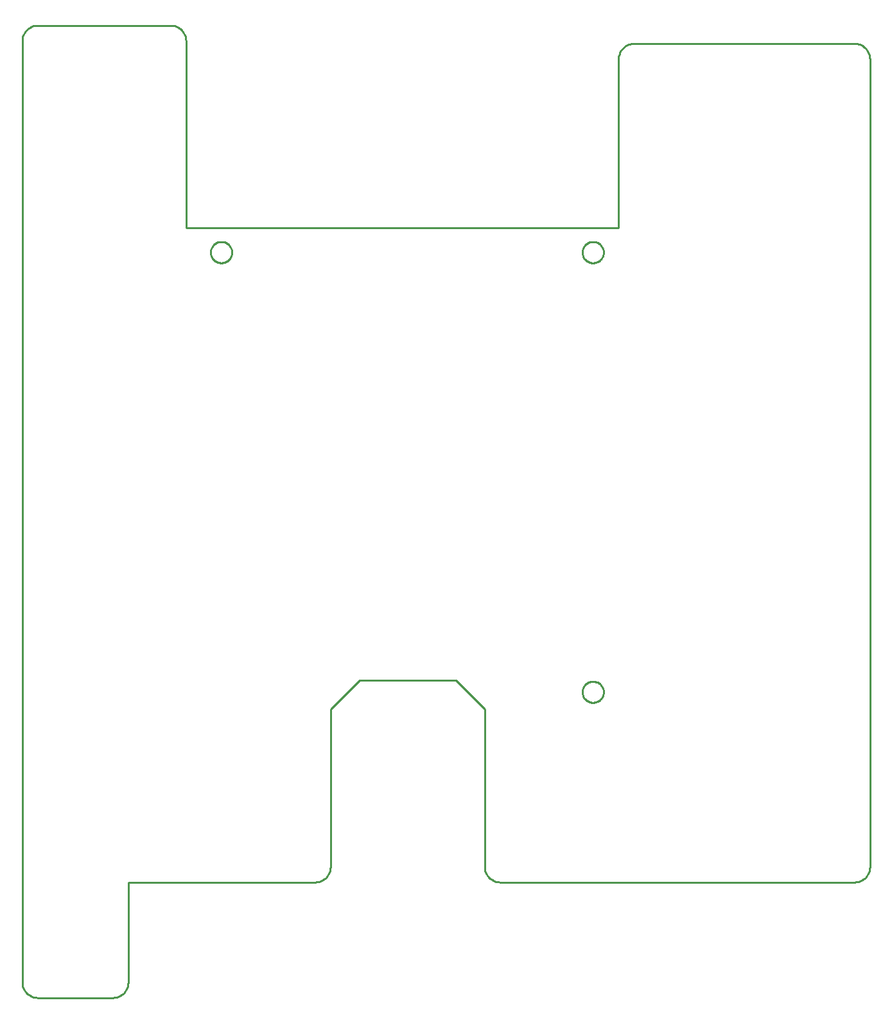
<source format=gbr>
G04 EAGLE Gerber RS-274X export*
G75*
%MOMM*%
%FSLAX34Y34*%
%LPD*%
%IN*%
%IPPOS*%
%AMOC8*
5,1,8,0,0,1.08239X$1,22.5*%
G01*
%ADD10C,0.254000*%


D10*
X-304800Y-690880D02*
X-304723Y-692651D01*
X-304491Y-694409D01*
X-304108Y-696139D01*
X-303575Y-697830D01*
X-302896Y-699468D01*
X-302078Y-701040D01*
X-301125Y-702535D01*
X-300046Y-703941D01*
X-298848Y-705248D01*
X-297541Y-706446D01*
X-296135Y-707525D01*
X-294640Y-708478D01*
X-293068Y-709296D01*
X-291430Y-709975D01*
X-289739Y-710508D01*
X-288009Y-710891D01*
X-286251Y-711123D01*
X-284480Y-711200D01*
X-185420Y-711200D01*
X-183649Y-711123D01*
X-181891Y-710891D01*
X-180161Y-710508D01*
X-178470Y-709975D01*
X-176832Y-709296D01*
X-175260Y-708478D01*
X-173765Y-707525D01*
X-172359Y-706446D01*
X-171052Y-705248D01*
X-169854Y-703941D01*
X-168775Y-702535D01*
X-167822Y-701040D01*
X-167004Y-699468D01*
X-166325Y-697830D01*
X-165792Y-696139D01*
X-165409Y-694409D01*
X-165177Y-692651D01*
X-165100Y-690880D01*
X-165100Y-558800D01*
X81280Y-558800D01*
X83051Y-558723D01*
X84809Y-558491D01*
X86539Y-558108D01*
X88230Y-557575D01*
X89868Y-556896D01*
X91440Y-556078D01*
X92935Y-555125D01*
X94341Y-554046D01*
X95648Y-552848D01*
X96846Y-551541D01*
X97925Y-550135D01*
X98878Y-548640D01*
X99696Y-547068D01*
X100375Y-545430D01*
X100908Y-543739D01*
X101291Y-542009D01*
X101523Y-540251D01*
X101600Y-538480D01*
X101600Y-330200D01*
X139700Y-292100D01*
X266700Y-292100D01*
X304800Y-330200D01*
X304800Y-538480D01*
X304877Y-540251D01*
X305109Y-542009D01*
X305492Y-543739D01*
X306025Y-545430D01*
X306704Y-547068D01*
X307522Y-548640D01*
X308475Y-550135D01*
X309554Y-551541D01*
X310752Y-552848D01*
X312059Y-554046D01*
X313465Y-555125D01*
X314960Y-556078D01*
X316532Y-556896D01*
X318170Y-557575D01*
X319861Y-558108D01*
X321591Y-558491D01*
X323349Y-558723D01*
X325120Y-558800D01*
X792480Y-558800D01*
X794251Y-558723D01*
X796009Y-558491D01*
X797739Y-558108D01*
X799430Y-557575D01*
X801068Y-556896D01*
X802640Y-556078D01*
X804135Y-555125D01*
X805541Y-554046D01*
X806848Y-552848D01*
X808046Y-551541D01*
X809125Y-550135D01*
X810078Y-548640D01*
X810896Y-547068D01*
X811575Y-545430D01*
X812108Y-543739D01*
X812491Y-542009D01*
X812723Y-540251D01*
X812800Y-538480D01*
X812800Y527050D01*
X812723Y528821D01*
X812491Y530579D01*
X812108Y532309D01*
X811575Y534000D01*
X810896Y535638D01*
X810078Y537210D01*
X809125Y538705D01*
X808046Y540111D01*
X806848Y541418D01*
X805541Y542616D01*
X804135Y543695D01*
X802640Y544648D01*
X801068Y545466D01*
X799430Y546145D01*
X797739Y546678D01*
X796009Y547061D01*
X794251Y547293D01*
X792480Y547370D01*
X501650Y547370D01*
X499879Y547293D01*
X498121Y547061D01*
X496391Y546678D01*
X494700Y546145D01*
X493062Y545466D01*
X491490Y544648D01*
X489995Y543695D01*
X488589Y542616D01*
X487282Y541418D01*
X486084Y540111D01*
X485005Y538705D01*
X484052Y537210D01*
X483234Y535638D01*
X482555Y534000D01*
X482022Y532309D01*
X481639Y530579D01*
X481407Y528821D01*
X481330Y527050D01*
X481330Y304800D01*
X-88900Y304800D01*
X-88900Y551180D01*
X-88977Y552951D01*
X-89209Y554709D01*
X-89592Y556439D01*
X-90125Y558130D01*
X-90804Y559768D01*
X-91622Y561340D01*
X-92575Y562835D01*
X-93654Y564241D01*
X-94852Y565548D01*
X-96159Y566746D01*
X-97565Y567825D01*
X-99060Y568778D01*
X-100632Y569596D01*
X-102270Y570275D01*
X-103961Y570808D01*
X-105691Y571191D01*
X-107449Y571423D01*
X-109220Y571500D01*
X-284480Y571500D01*
X-286251Y571423D01*
X-288009Y571191D01*
X-289739Y570808D01*
X-291430Y570275D01*
X-293068Y569596D01*
X-294640Y568778D01*
X-296135Y567825D01*
X-297541Y566746D01*
X-298848Y565548D01*
X-300046Y564241D01*
X-301125Y562835D01*
X-302078Y561340D01*
X-302896Y559768D01*
X-303575Y558130D01*
X-304108Y556439D01*
X-304491Y554709D01*
X-304723Y552951D01*
X-304800Y551180D01*
X-304800Y-690880D01*
X448100Y-293900D02*
X449098Y-293971D01*
X450087Y-294114D01*
X451065Y-294326D01*
X452024Y-294608D01*
X452961Y-294957D01*
X453871Y-295373D01*
X454748Y-295852D01*
X455590Y-296393D01*
X456390Y-296992D01*
X457146Y-297647D01*
X457853Y-298354D01*
X458508Y-299110D01*
X459107Y-299910D01*
X459648Y-300752D01*
X460127Y-301629D01*
X460543Y-302539D01*
X460892Y-303476D01*
X461174Y-304436D01*
X461386Y-305413D01*
X461529Y-306403D01*
X461600Y-307400D01*
X461600Y-308400D01*
X461529Y-309398D01*
X461386Y-310387D01*
X461174Y-311365D01*
X460892Y-312324D01*
X460543Y-313261D01*
X460127Y-314171D01*
X459648Y-315048D01*
X459107Y-315890D01*
X458508Y-316690D01*
X457853Y-317446D01*
X457146Y-318153D01*
X456390Y-318808D01*
X455590Y-319407D01*
X454748Y-319948D01*
X453871Y-320427D01*
X452961Y-320843D01*
X452024Y-321192D01*
X451065Y-321474D01*
X450087Y-321686D01*
X449098Y-321829D01*
X448100Y-321900D01*
X447100Y-321900D01*
X446103Y-321829D01*
X445113Y-321686D01*
X444136Y-321474D01*
X443176Y-321192D01*
X442239Y-320843D01*
X441329Y-320427D01*
X440452Y-319948D01*
X439610Y-319407D01*
X438810Y-318808D01*
X438054Y-318153D01*
X437347Y-317446D01*
X436692Y-316690D01*
X436093Y-315890D01*
X435552Y-315048D01*
X435073Y-314171D01*
X434657Y-313261D01*
X434308Y-312324D01*
X434026Y-311365D01*
X433814Y-310387D01*
X433671Y-309398D01*
X433600Y-308400D01*
X433600Y-307400D01*
X433671Y-306403D01*
X433814Y-305413D01*
X434026Y-304436D01*
X434308Y-303476D01*
X434657Y-302539D01*
X435073Y-301629D01*
X435552Y-300752D01*
X436093Y-299910D01*
X436692Y-299110D01*
X437347Y-298354D01*
X438054Y-297647D01*
X438810Y-296992D01*
X439610Y-296393D01*
X440452Y-295852D01*
X441329Y-295373D01*
X442239Y-294957D01*
X443176Y-294608D01*
X444136Y-294326D01*
X445113Y-294114D01*
X446103Y-293971D01*
X447100Y-293900D01*
X448100Y-293900D01*
X-41900Y286100D02*
X-40903Y286029D01*
X-39913Y285886D01*
X-38936Y285674D01*
X-37976Y285392D01*
X-37039Y285043D01*
X-36129Y284627D01*
X-35252Y284148D01*
X-34410Y283607D01*
X-33610Y283008D01*
X-32854Y282353D01*
X-32147Y281646D01*
X-31492Y280890D01*
X-30893Y280090D01*
X-30352Y279248D01*
X-29873Y278371D01*
X-29457Y277461D01*
X-29108Y276524D01*
X-28826Y275565D01*
X-28614Y274587D01*
X-28471Y273598D01*
X-28400Y272600D01*
X-28400Y271600D01*
X-28471Y270603D01*
X-28614Y269613D01*
X-28826Y268636D01*
X-29108Y267676D01*
X-29457Y266739D01*
X-29873Y265829D01*
X-30352Y264952D01*
X-30893Y264110D01*
X-31492Y263310D01*
X-32147Y262554D01*
X-32854Y261847D01*
X-33610Y261192D01*
X-34410Y260593D01*
X-35252Y260052D01*
X-36129Y259573D01*
X-37039Y259157D01*
X-37976Y258808D01*
X-38936Y258526D01*
X-39913Y258314D01*
X-40903Y258171D01*
X-41900Y258100D01*
X-42900Y258100D01*
X-43898Y258171D01*
X-44887Y258314D01*
X-45865Y258526D01*
X-46824Y258808D01*
X-47761Y259157D01*
X-48671Y259573D01*
X-49548Y260052D01*
X-50390Y260593D01*
X-51190Y261192D01*
X-51946Y261847D01*
X-52653Y262554D01*
X-53308Y263310D01*
X-53907Y264110D01*
X-54448Y264952D01*
X-54927Y265829D01*
X-55343Y266739D01*
X-55692Y267676D01*
X-55974Y268636D01*
X-56186Y269613D01*
X-56329Y270603D01*
X-56400Y271600D01*
X-56400Y272600D01*
X-56329Y273598D01*
X-56186Y274587D01*
X-55974Y275565D01*
X-55692Y276524D01*
X-55343Y277461D01*
X-54927Y278371D01*
X-54448Y279248D01*
X-53907Y280090D01*
X-53308Y280890D01*
X-52653Y281646D01*
X-51946Y282353D01*
X-51190Y283008D01*
X-50390Y283607D01*
X-49548Y284148D01*
X-48671Y284627D01*
X-47761Y285043D01*
X-46824Y285392D01*
X-45865Y285674D01*
X-44887Y285886D01*
X-43898Y286029D01*
X-42900Y286100D01*
X-41900Y286100D01*
X448100Y286100D02*
X449098Y286029D01*
X450087Y285886D01*
X451065Y285674D01*
X452024Y285392D01*
X452961Y285043D01*
X453871Y284627D01*
X454748Y284148D01*
X455590Y283607D01*
X456390Y283008D01*
X457146Y282353D01*
X457853Y281646D01*
X458508Y280890D01*
X459107Y280090D01*
X459648Y279248D01*
X460127Y278371D01*
X460543Y277461D01*
X460892Y276524D01*
X461174Y275565D01*
X461386Y274587D01*
X461529Y273598D01*
X461600Y272600D01*
X461600Y271600D01*
X461529Y270603D01*
X461386Y269613D01*
X461174Y268636D01*
X460892Y267676D01*
X460543Y266739D01*
X460127Y265829D01*
X459648Y264952D01*
X459107Y264110D01*
X458508Y263310D01*
X457853Y262554D01*
X457146Y261847D01*
X456390Y261192D01*
X455590Y260593D01*
X454748Y260052D01*
X453871Y259573D01*
X452961Y259157D01*
X452024Y258808D01*
X451065Y258526D01*
X450087Y258314D01*
X449098Y258171D01*
X448100Y258100D01*
X447100Y258100D01*
X446103Y258171D01*
X445113Y258314D01*
X444136Y258526D01*
X443176Y258808D01*
X442239Y259157D01*
X441329Y259573D01*
X440452Y260052D01*
X439610Y260593D01*
X438810Y261192D01*
X438054Y261847D01*
X437347Y262554D01*
X436692Y263310D01*
X436093Y264110D01*
X435552Y264952D01*
X435073Y265829D01*
X434657Y266739D01*
X434308Y267676D01*
X434026Y268636D01*
X433814Y269613D01*
X433671Y270603D01*
X433600Y271600D01*
X433600Y272600D01*
X433671Y273598D01*
X433814Y274587D01*
X434026Y275565D01*
X434308Y276524D01*
X434657Y277461D01*
X435073Y278371D01*
X435552Y279248D01*
X436093Y280090D01*
X436692Y280890D01*
X437347Y281646D01*
X438054Y282353D01*
X438810Y283008D01*
X439610Y283607D01*
X440452Y284148D01*
X441329Y284627D01*
X442239Y285043D01*
X443176Y285392D01*
X444136Y285674D01*
X445113Y285886D01*
X446103Y286029D01*
X447100Y286100D01*
X448100Y286100D01*
M02*

</source>
